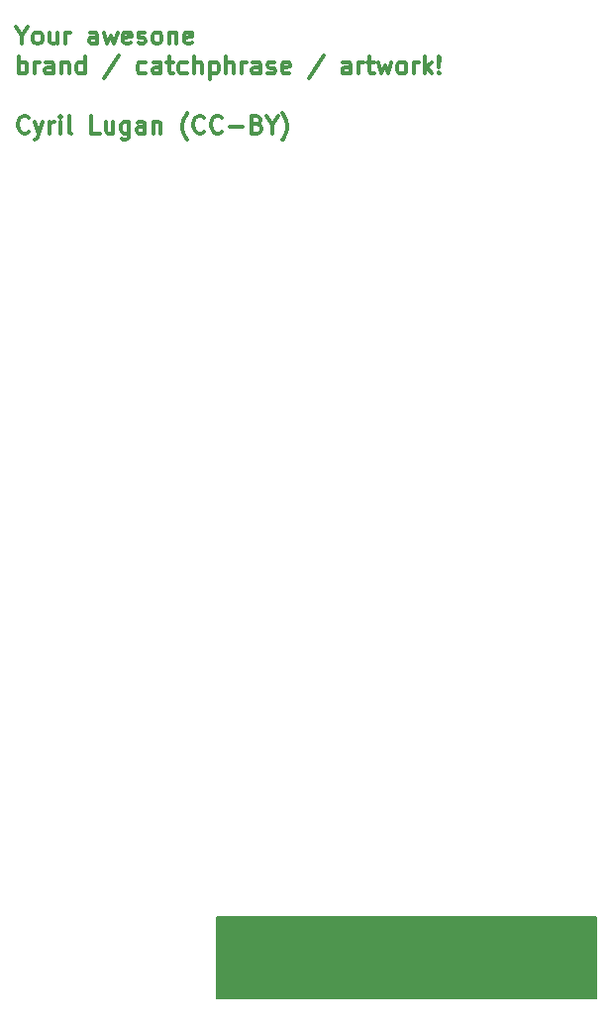
<source format=gbr>
G04 #@! TF.GenerationSoftware,KiCad,Pcbnew,5.1.6-c6e7f7d~87~ubuntu18.04.1*
G04 #@! TF.CreationDate,2020-08-06T18:59:17+02:00*
G04 #@! TF.ProjectId,pcb-business-card,7063622d-6275-4736-996e-6573732d6361,rev?*
G04 #@! TF.SameCoordinates,Original*
G04 #@! TF.FileFunction,Legend,Top*
G04 #@! TF.FilePolarity,Positive*
%FSLAX46Y46*%
G04 Gerber Fmt 4.6, Leading zero omitted, Abs format (unit mm)*
G04 Created by KiCad (PCBNEW 5.1.6-c6e7f7d~87~ubuntu18.04.1) date 2020-08-06 18:59:17*
%MOMM*%
%LPD*%
G01*
G04 APERTURE LIST*
%ADD10C,0.300000*%
%ADD11C,0.150000*%
G04 APERTURE END LIST*
D10*
X128091857Y-61163285D02*
X128091857Y-61877571D01*
X127591857Y-60377571D02*
X128091857Y-61163285D01*
X128591857Y-60377571D01*
X129306142Y-61877571D02*
X129163285Y-61806142D01*
X129091857Y-61734714D01*
X129020428Y-61591857D01*
X129020428Y-61163285D01*
X129091857Y-61020428D01*
X129163285Y-60949000D01*
X129306142Y-60877571D01*
X129520428Y-60877571D01*
X129663285Y-60949000D01*
X129734714Y-61020428D01*
X129806142Y-61163285D01*
X129806142Y-61591857D01*
X129734714Y-61734714D01*
X129663285Y-61806142D01*
X129520428Y-61877571D01*
X129306142Y-61877571D01*
X131091857Y-60877571D02*
X131091857Y-61877571D01*
X130449000Y-60877571D02*
X130449000Y-61663285D01*
X130520428Y-61806142D01*
X130663285Y-61877571D01*
X130877571Y-61877571D01*
X131020428Y-61806142D01*
X131091857Y-61734714D01*
X131806142Y-61877571D02*
X131806142Y-60877571D01*
X131806142Y-61163285D02*
X131877571Y-61020428D01*
X131949000Y-60949000D01*
X132091857Y-60877571D01*
X132234714Y-60877571D01*
X134520428Y-61877571D02*
X134520428Y-61091857D01*
X134449000Y-60949000D01*
X134306142Y-60877571D01*
X134020428Y-60877571D01*
X133877571Y-60949000D01*
X134520428Y-61806142D02*
X134377571Y-61877571D01*
X134020428Y-61877571D01*
X133877571Y-61806142D01*
X133806142Y-61663285D01*
X133806142Y-61520428D01*
X133877571Y-61377571D01*
X134020428Y-61306142D01*
X134377571Y-61306142D01*
X134520428Y-61234714D01*
X135091857Y-60877571D02*
X135377571Y-61877571D01*
X135663285Y-61163285D01*
X135949000Y-61877571D01*
X136234714Y-60877571D01*
X137377571Y-61806142D02*
X137234714Y-61877571D01*
X136949000Y-61877571D01*
X136806142Y-61806142D01*
X136734714Y-61663285D01*
X136734714Y-61091857D01*
X136806142Y-60949000D01*
X136949000Y-60877571D01*
X137234714Y-60877571D01*
X137377571Y-60949000D01*
X137449000Y-61091857D01*
X137449000Y-61234714D01*
X136734714Y-61377571D01*
X138020428Y-61806142D02*
X138163285Y-61877571D01*
X138449000Y-61877571D01*
X138591857Y-61806142D01*
X138663285Y-61663285D01*
X138663285Y-61591857D01*
X138591857Y-61449000D01*
X138449000Y-61377571D01*
X138234714Y-61377571D01*
X138091857Y-61306142D01*
X138020428Y-61163285D01*
X138020428Y-61091857D01*
X138091857Y-60949000D01*
X138234714Y-60877571D01*
X138449000Y-60877571D01*
X138591857Y-60949000D01*
X139520428Y-61877571D02*
X139377571Y-61806142D01*
X139306142Y-61734714D01*
X139234714Y-61591857D01*
X139234714Y-61163285D01*
X139306142Y-61020428D01*
X139377571Y-60949000D01*
X139520428Y-60877571D01*
X139734714Y-60877571D01*
X139877571Y-60949000D01*
X139949000Y-61020428D01*
X140020428Y-61163285D01*
X140020428Y-61591857D01*
X139949000Y-61734714D01*
X139877571Y-61806142D01*
X139734714Y-61877571D01*
X139520428Y-61877571D01*
X140663285Y-60877571D02*
X140663285Y-61877571D01*
X140663285Y-61020428D02*
X140734714Y-60949000D01*
X140877571Y-60877571D01*
X141091857Y-60877571D01*
X141234714Y-60949000D01*
X141306142Y-61091857D01*
X141306142Y-61877571D01*
X142591857Y-61806142D02*
X142449000Y-61877571D01*
X142163285Y-61877571D01*
X142020428Y-61806142D01*
X141949000Y-61663285D01*
X141949000Y-61091857D01*
X142020428Y-60949000D01*
X142163285Y-60877571D01*
X142449000Y-60877571D01*
X142591857Y-60949000D01*
X142663285Y-61091857D01*
X142663285Y-61234714D01*
X141949000Y-61377571D01*
X127806142Y-64427571D02*
X127806142Y-62927571D01*
X127806142Y-63499000D02*
X127949000Y-63427571D01*
X128234714Y-63427571D01*
X128377571Y-63499000D01*
X128449000Y-63570428D01*
X128520428Y-63713285D01*
X128520428Y-64141857D01*
X128449000Y-64284714D01*
X128377571Y-64356142D01*
X128234714Y-64427571D01*
X127949000Y-64427571D01*
X127806142Y-64356142D01*
X129163285Y-64427571D02*
X129163285Y-63427571D01*
X129163285Y-63713285D02*
X129234714Y-63570428D01*
X129306142Y-63499000D01*
X129449000Y-63427571D01*
X129591857Y-63427571D01*
X130734714Y-64427571D02*
X130734714Y-63641857D01*
X130663285Y-63499000D01*
X130520428Y-63427571D01*
X130234714Y-63427571D01*
X130091857Y-63499000D01*
X130734714Y-64356142D02*
X130591857Y-64427571D01*
X130234714Y-64427571D01*
X130091857Y-64356142D01*
X130020428Y-64213285D01*
X130020428Y-64070428D01*
X130091857Y-63927571D01*
X130234714Y-63856142D01*
X130591857Y-63856142D01*
X130734714Y-63784714D01*
X131449000Y-63427571D02*
X131449000Y-64427571D01*
X131449000Y-63570428D02*
X131520428Y-63499000D01*
X131663285Y-63427571D01*
X131877571Y-63427571D01*
X132020428Y-63499000D01*
X132091857Y-63641857D01*
X132091857Y-64427571D01*
X133449000Y-64427571D02*
X133449000Y-62927571D01*
X133449000Y-64356142D02*
X133306142Y-64427571D01*
X133020428Y-64427571D01*
X132877571Y-64356142D01*
X132806142Y-64284714D01*
X132734714Y-64141857D01*
X132734714Y-63713285D01*
X132806142Y-63570428D01*
X132877571Y-63499000D01*
X133020428Y-63427571D01*
X133306142Y-63427571D01*
X133449000Y-63499000D01*
X136377571Y-62856142D02*
X135091857Y-64784714D01*
X138663285Y-64356142D02*
X138520428Y-64427571D01*
X138234714Y-64427571D01*
X138091857Y-64356142D01*
X138020428Y-64284714D01*
X137949000Y-64141857D01*
X137949000Y-63713285D01*
X138020428Y-63570428D01*
X138091857Y-63499000D01*
X138234714Y-63427571D01*
X138520428Y-63427571D01*
X138663285Y-63499000D01*
X139949000Y-64427571D02*
X139949000Y-63641857D01*
X139877571Y-63499000D01*
X139734714Y-63427571D01*
X139449000Y-63427571D01*
X139306142Y-63499000D01*
X139949000Y-64356142D02*
X139806142Y-64427571D01*
X139449000Y-64427571D01*
X139306142Y-64356142D01*
X139234714Y-64213285D01*
X139234714Y-64070428D01*
X139306142Y-63927571D01*
X139449000Y-63856142D01*
X139806142Y-63856142D01*
X139949000Y-63784714D01*
X140449000Y-63427571D02*
X141020428Y-63427571D01*
X140663285Y-62927571D02*
X140663285Y-64213285D01*
X140734714Y-64356142D01*
X140877571Y-64427571D01*
X141020428Y-64427571D01*
X142163285Y-64356142D02*
X142020428Y-64427571D01*
X141734714Y-64427571D01*
X141591857Y-64356142D01*
X141520428Y-64284714D01*
X141449000Y-64141857D01*
X141449000Y-63713285D01*
X141520428Y-63570428D01*
X141591857Y-63499000D01*
X141734714Y-63427571D01*
X142020428Y-63427571D01*
X142163285Y-63499000D01*
X142806142Y-64427571D02*
X142806142Y-62927571D01*
X143449000Y-64427571D02*
X143449000Y-63641857D01*
X143377571Y-63499000D01*
X143234714Y-63427571D01*
X143020428Y-63427571D01*
X142877571Y-63499000D01*
X142806142Y-63570428D01*
X144163285Y-63427571D02*
X144163285Y-64927571D01*
X144163285Y-63499000D02*
X144306142Y-63427571D01*
X144591857Y-63427571D01*
X144734714Y-63499000D01*
X144806142Y-63570428D01*
X144877571Y-63713285D01*
X144877571Y-64141857D01*
X144806142Y-64284714D01*
X144734714Y-64356142D01*
X144591857Y-64427571D01*
X144306142Y-64427571D01*
X144163285Y-64356142D01*
X145520428Y-64427571D02*
X145520428Y-62927571D01*
X146163285Y-64427571D02*
X146163285Y-63641857D01*
X146091857Y-63499000D01*
X145949000Y-63427571D01*
X145734714Y-63427571D01*
X145591857Y-63499000D01*
X145520428Y-63570428D01*
X146877571Y-64427571D02*
X146877571Y-63427571D01*
X146877571Y-63713285D02*
X146949000Y-63570428D01*
X147020428Y-63499000D01*
X147163285Y-63427571D01*
X147306142Y-63427571D01*
X148449000Y-64427571D02*
X148449000Y-63641857D01*
X148377571Y-63499000D01*
X148234714Y-63427571D01*
X147949000Y-63427571D01*
X147806142Y-63499000D01*
X148449000Y-64356142D02*
X148306142Y-64427571D01*
X147949000Y-64427571D01*
X147806142Y-64356142D01*
X147734714Y-64213285D01*
X147734714Y-64070428D01*
X147806142Y-63927571D01*
X147949000Y-63856142D01*
X148306142Y-63856142D01*
X148449000Y-63784714D01*
X149091857Y-64356142D02*
X149234714Y-64427571D01*
X149520428Y-64427571D01*
X149663285Y-64356142D01*
X149734714Y-64213285D01*
X149734714Y-64141857D01*
X149663285Y-63999000D01*
X149520428Y-63927571D01*
X149306142Y-63927571D01*
X149163285Y-63856142D01*
X149091857Y-63713285D01*
X149091857Y-63641857D01*
X149163285Y-63499000D01*
X149306142Y-63427571D01*
X149520428Y-63427571D01*
X149663285Y-63499000D01*
X150949000Y-64356142D02*
X150806142Y-64427571D01*
X150520428Y-64427571D01*
X150377571Y-64356142D01*
X150306142Y-64213285D01*
X150306142Y-63641857D01*
X150377571Y-63499000D01*
X150520428Y-63427571D01*
X150806142Y-63427571D01*
X150949000Y-63499000D01*
X151020428Y-63641857D01*
X151020428Y-63784714D01*
X150306142Y-63927571D01*
X153877571Y-62856142D02*
X152591857Y-64784714D01*
X156163285Y-64427571D02*
X156163285Y-63641857D01*
X156091857Y-63499000D01*
X155949000Y-63427571D01*
X155663285Y-63427571D01*
X155520428Y-63499000D01*
X156163285Y-64356142D02*
X156020428Y-64427571D01*
X155663285Y-64427571D01*
X155520428Y-64356142D01*
X155449000Y-64213285D01*
X155449000Y-64070428D01*
X155520428Y-63927571D01*
X155663285Y-63856142D01*
X156020428Y-63856142D01*
X156163285Y-63784714D01*
X156877571Y-64427571D02*
X156877571Y-63427571D01*
X156877571Y-63713285D02*
X156949000Y-63570428D01*
X157020428Y-63499000D01*
X157163285Y-63427571D01*
X157306142Y-63427571D01*
X157591857Y-63427571D02*
X158163285Y-63427571D01*
X157806142Y-62927571D02*
X157806142Y-64213285D01*
X157877571Y-64356142D01*
X158020428Y-64427571D01*
X158163285Y-64427571D01*
X158520428Y-63427571D02*
X158806142Y-64427571D01*
X159091857Y-63713285D01*
X159377571Y-64427571D01*
X159663285Y-63427571D01*
X160449000Y-64427571D02*
X160306142Y-64356142D01*
X160234714Y-64284714D01*
X160163285Y-64141857D01*
X160163285Y-63713285D01*
X160234714Y-63570428D01*
X160306142Y-63499000D01*
X160449000Y-63427571D01*
X160663285Y-63427571D01*
X160806142Y-63499000D01*
X160877571Y-63570428D01*
X160949000Y-63713285D01*
X160949000Y-64141857D01*
X160877571Y-64284714D01*
X160806142Y-64356142D01*
X160663285Y-64427571D01*
X160449000Y-64427571D01*
X161591857Y-64427571D02*
X161591857Y-63427571D01*
X161591857Y-63713285D02*
X161663285Y-63570428D01*
X161734714Y-63499000D01*
X161877571Y-63427571D01*
X162020428Y-63427571D01*
X162520428Y-64427571D02*
X162520428Y-62927571D01*
X162663285Y-63856142D02*
X163091857Y-64427571D01*
X163091857Y-63427571D02*
X162520428Y-63999000D01*
X163734714Y-64284714D02*
X163806142Y-64356142D01*
X163734714Y-64427571D01*
X163663285Y-64356142D01*
X163734714Y-64284714D01*
X163734714Y-64427571D01*
X163734714Y-63856142D02*
X163663285Y-62999000D01*
X163734714Y-62927571D01*
X163806142Y-62999000D01*
X163734714Y-63856142D01*
X163734714Y-62927571D01*
X128663285Y-69384714D02*
X128591857Y-69456142D01*
X128377571Y-69527571D01*
X128234714Y-69527571D01*
X128020428Y-69456142D01*
X127877571Y-69313285D01*
X127806142Y-69170428D01*
X127734714Y-68884714D01*
X127734714Y-68670428D01*
X127806142Y-68384714D01*
X127877571Y-68241857D01*
X128020428Y-68099000D01*
X128234714Y-68027571D01*
X128377571Y-68027571D01*
X128591857Y-68099000D01*
X128663285Y-68170428D01*
X129163285Y-68527571D02*
X129520428Y-69527571D01*
X129877571Y-68527571D02*
X129520428Y-69527571D01*
X129377571Y-69884714D01*
X129306142Y-69956142D01*
X129163285Y-70027571D01*
X130449000Y-69527571D02*
X130449000Y-68527571D01*
X130449000Y-68813285D02*
X130520428Y-68670428D01*
X130591857Y-68599000D01*
X130734714Y-68527571D01*
X130877571Y-68527571D01*
X131377571Y-69527571D02*
X131377571Y-68527571D01*
X131377571Y-68027571D02*
X131306142Y-68099000D01*
X131377571Y-68170428D01*
X131449000Y-68099000D01*
X131377571Y-68027571D01*
X131377571Y-68170428D01*
X132306142Y-69527571D02*
X132163285Y-69456142D01*
X132091857Y-69313285D01*
X132091857Y-68027571D01*
X134734714Y-69527571D02*
X134020428Y-69527571D01*
X134020428Y-68027571D01*
X135877571Y-68527571D02*
X135877571Y-69527571D01*
X135234714Y-68527571D02*
X135234714Y-69313285D01*
X135306142Y-69456142D01*
X135449000Y-69527571D01*
X135663285Y-69527571D01*
X135806142Y-69456142D01*
X135877571Y-69384714D01*
X137234714Y-68527571D02*
X137234714Y-69741857D01*
X137163285Y-69884714D01*
X137091857Y-69956142D01*
X136949000Y-70027571D01*
X136734714Y-70027571D01*
X136591857Y-69956142D01*
X137234714Y-69456142D02*
X137091857Y-69527571D01*
X136806142Y-69527571D01*
X136663285Y-69456142D01*
X136591857Y-69384714D01*
X136520428Y-69241857D01*
X136520428Y-68813285D01*
X136591857Y-68670428D01*
X136663285Y-68599000D01*
X136806142Y-68527571D01*
X137091857Y-68527571D01*
X137234714Y-68599000D01*
X138591857Y-69527571D02*
X138591857Y-68741857D01*
X138520428Y-68599000D01*
X138377571Y-68527571D01*
X138091857Y-68527571D01*
X137949000Y-68599000D01*
X138591857Y-69456142D02*
X138449000Y-69527571D01*
X138091857Y-69527571D01*
X137949000Y-69456142D01*
X137877571Y-69313285D01*
X137877571Y-69170428D01*
X137949000Y-69027571D01*
X138091857Y-68956142D01*
X138449000Y-68956142D01*
X138591857Y-68884714D01*
X139306142Y-68527571D02*
X139306142Y-69527571D01*
X139306142Y-68670428D02*
X139377571Y-68599000D01*
X139520428Y-68527571D01*
X139734714Y-68527571D01*
X139877571Y-68599000D01*
X139949000Y-68741857D01*
X139949000Y-69527571D01*
X142234714Y-70099000D02*
X142163285Y-70027571D01*
X142020428Y-69813285D01*
X141949000Y-69670428D01*
X141877571Y-69456142D01*
X141806142Y-69099000D01*
X141806142Y-68813285D01*
X141877571Y-68456142D01*
X141949000Y-68241857D01*
X142020428Y-68099000D01*
X142163285Y-67884714D01*
X142234714Y-67813285D01*
X143663285Y-69384714D02*
X143591857Y-69456142D01*
X143377571Y-69527571D01*
X143234714Y-69527571D01*
X143020428Y-69456142D01*
X142877571Y-69313285D01*
X142806142Y-69170428D01*
X142734714Y-68884714D01*
X142734714Y-68670428D01*
X142806142Y-68384714D01*
X142877571Y-68241857D01*
X143020428Y-68099000D01*
X143234714Y-68027571D01*
X143377571Y-68027571D01*
X143591857Y-68099000D01*
X143663285Y-68170428D01*
X145163285Y-69384714D02*
X145091857Y-69456142D01*
X144877571Y-69527571D01*
X144734714Y-69527571D01*
X144520428Y-69456142D01*
X144377571Y-69313285D01*
X144306142Y-69170428D01*
X144234714Y-68884714D01*
X144234714Y-68670428D01*
X144306142Y-68384714D01*
X144377571Y-68241857D01*
X144520428Y-68099000D01*
X144734714Y-68027571D01*
X144877571Y-68027571D01*
X145091857Y-68099000D01*
X145163285Y-68170428D01*
X145806142Y-68956142D02*
X146949000Y-68956142D01*
X148163285Y-68741857D02*
X148377571Y-68813285D01*
X148449000Y-68884714D01*
X148520428Y-69027571D01*
X148520428Y-69241857D01*
X148449000Y-69384714D01*
X148377571Y-69456142D01*
X148234714Y-69527571D01*
X147663285Y-69527571D01*
X147663285Y-68027571D01*
X148163285Y-68027571D01*
X148306142Y-68099000D01*
X148377571Y-68170428D01*
X148449000Y-68313285D01*
X148449000Y-68456142D01*
X148377571Y-68599000D01*
X148306142Y-68670428D01*
X148163285Y-68741857D01*
X147663285Y-68741857D01*
X149449000Y-68813285D02*
X149449000Y-69527571D01*
X148949000Y-68027571D02*
X149449000Y-68813285D01*
X149949000Y-68027571D01*
X150306142Y-70099000D02*
X150377571Y-70027571D01*
X150520428Y-69813285D01*
X150591857Y-69670428D01*
X150663285Y-69456142D01*
X150734714Y-69099000D01*
X150734714Y-68813285D01*
X150663285Y-68456142D01*
X150591857Y-68241857D01*
X150520428Y-68099000D01*
X150377571Y-67884714D01*
X150306142Y-67813285D01*
D11*
G36*
X177165000Y-143510000D02*
G01*
X144780000Y-143510000D01*
X144780000Y-136525000D01*
X177165000Y-136525000D01*
X177165000Y-143510000D01*
G37*
X177165000Y-143510000D02*
X144780000Y-143510000D01*
X144780000Y-136525000D01*
X177165000Y-136525000D01*
X177165000Y-143510000D01*
M02*

</source>
